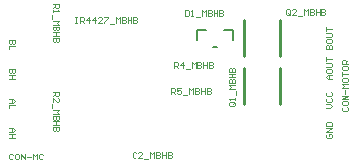
<source format=gbr>
G04*
G04 #@! TF.GenerationSoftware,Altium Limited,Altium Designer,22.4.2 (48)*
G04*
G04 Layer_Color=65535*
%FSLAX25Y25*%
%MOIN*%
G70*
G04*
G04 #@! TF.SameCoordinates,A57B437F-A86B-4AA4-8399-F8B01B8E29F7*
G04*
G04*
G04 #@! TF.FilePolarity,Positive*
G04*
G01*
G75*
%ADD10C,0.01000*%
%ADD11C,0.00787*%
%ADD12C,0.00394*%
D10*
X37500Y9744D02*
Y21752D01*
X25492Y9744D02*
Y21752D01*
X37500Y-6004D02*
Y6004D01*
X25492Y-6004D02*
Y6004D01*
D11*
X9843Y15059D02*
Y18504D01*
X15059Y12992D02*
X16437D01*
X21654Y15059D02*
Y18504D01*
X18799D02*
X21654D01*
X9843D02*
X12697D01*
D12*
X53084Y-16011D02*
X52757Y-16339D01*
Y-16995D01*
X53084Y-17323D01*
X54396D01*
X54724Y-16995D01*
Y-16339D01*
X54396Y-16011D01*
X53741D01*
Y-16667D01*
X54724Y-15355D02*
X52757D01*
X54724Y-14043D01*
X52757D01*
Y-13387D02*
X54724D01*
Y-12403D01*
X54396Y-12075D01*
X53084D01*
X52757Y-12403D01*
Y-13387D01*
X52757Y-7480D02*
X54068D01*
X54724Y-6824D01*
X54068Y-6168D01*
X52757D01*
X53084Y-4201D02*
X52757Y-4529D01*
Y-5184D01*
X53084Y-5513D01*
X54396D01*
X54724Y-5184D01*
Y-4529D01*
X54396Y-4201D01*
X53084Y-2233D02*
X52757Y-2561D01*
Y-3217D01*
X53084Y-3545D01*
X54396D01*
X54724Y-3217D01*
Y-2561D01*
X54396Y-2233D01*
X54724Y2362D02*
X53412D01*
X52757Y3018D01*
X53412Y3674D01*
X54724D01*
X53741D01*
Y2362D01*
X52757Y5314D02*
Y4658D01*
X53084Y4330D01*
X54396D01*
X54724Y4658D01*
Y5314D01*
X54396Y5642D01*
X53084D01*
X52757Y5314D01*
Y6298D02*
X54396D01*
X54724Y6626D01*
Y7282D01*
X54396Y7610D01*
X52757D01*
Y8266D02*
Y9578D01*
Y8922D01*
X54724D01*
X52757Y12205D02*
X54724D01*
Y13189D01*
X54396Y13517D01*
X54068D01*
X53741Y13189D01*
Y12205D01*
Y13189D01*
X53412Y13517D01*
X53084D01*
X52757Y13189D01*
Y12205D01*
Y15157D02*
Y14501D01*
X53084Y14173D01*
X54396D01*
X54724Y14501D01*
Y15157D01*
X54396Y15484D01*
X53084D01*
X52757Y15157D01*
Y16140D02*
X54396D01*
X54724Y16468D01*
Y17124D01*
X54396Y17452D01*
X52757D01*
Y18108D02*
Y19420D01*
Y18764D01*
X54724D01*
X-50788Y15354D02*
X-52756D01*
Y14370D01*
X-52428Y14042D01*
X-52100D01*
X-51772Y14370D01*
Y15354D01*
Y14370D01*
X-51444Y14042D01*
X-51116D01*
X-50788Y14370D01*
Y15354D01*
Y13386D02*
X-52756D01*
Y12075D01*
X-50788Y5512D02*
X-52756D01*
Y4528D01*
X-52428Y4200D01*
X-52100D01*
X-51772Y4528D01*
Y5512D01*
Y4528D01*
X-51444Y4200D01*
X-51116D01*
X-50788Y4528D01*
Y5512D01*
Y3544D02*
X-52756D01*
X-51772D01*
Y2232D01*
X-50788D01*
X-52756D01*
X-52756Y-4331D02*
X-51444D01*
X-50788Y-4987D01*
X-51444Y-5643D01*
X-52756D01*
X-51772D01*
Y-4331D01*
X-50788Y-6299D02*
X-52756D01*
Y-7610D01*
Y-14173D02*
X-51444D01*
X-50788Y-14829D01*
X-51444Y-15485D01*
X-52756D01*
X-51772D01*
Y-14173D01*
X-50788Y-16141D02*
X-52756D01*
X-51772D01*
Y-17453D01*
X-50788D01*
X-52756D01*
X40815Y23918D02*
Y25229D01*
X40487Y25557D01*
X39831D01*
X39503Y25229D01*
Y23918D01*
X39831Y23589D01*
X40487D01*
X40159Y24246D02*
X40815Y23589D01*
X40487D02*
X40815Y23918D01*
X42783Y23589D02*
X41471D01*
X42783Y24901D01*
Y25229D01*
X42455Y25557D01*
X41799D01*
X41471Y25229D01*
X43439Y23261D02*
X44751D01*
X45407Y23589D02*
Y25557D01*
X46063Y24901D01*
X46719Y25557D01*
Y23589D01*
X47375Y25557D02*
Y23589D01*
X48359D01*
X48687Y23918D01*
Y24246D01*
X48359Y24573D01*
X47375D01*
X48359D01*
X48687Y24901D01*
Y25229D01*
X48359Y25557D01*
X47375D01*
X49343D02*
Y23589D01*
Y24573D01*
X50655D01*
Y25557D01*
Y23589D01*
X51311Y25557D02*
Y23589D01*
X52295D01*
X52622Y23918D01*
Y24246D01*
X52295Y24573D01*
X51311D01*
X52295D01*
X52622Y24901D01*
Y25229D01*
X52295Y25557D01*
X51311D01*
X-38221Y-2102D02*
X-36254D01*
Y-3086D01*
X-36582Y-3414D01*
X-37238D01*
X-37566Y-3086D01*
Y-2102D01*
Y-2758D02*
X-38221Y-3414D01*
Y-5382D02*
Y-4070D01*
X-36910Y-5382D01*
X-36582D01*
X-36254Y-5054D01*
Y-4398D01*
X-36582Y-4070D01*
X-38550Y-6038D02*
Y-7350D01*
X-38221Y-8005D02*
X-36254D01*
X-36910Y-8661D01*
X-36254Y-9317D01*
X-38221D01*
X-36254Y-9973D02*
X-38221D01*
Y-10957D01*
X-37894Y-11285D01*
X-37566D01*
X-37238Y-10957D01*
Y-9973D01*
Y-10957D01*
X-36910Y-11285D01*
X-36582D01*
X-36254Y-10957D01*
Y-9973D01*
Y-11941D02*
X-38221D01*
X-37238D01*
Y-13253D01*
X-36254D01*
X-38221D01*
X-36254Y-13909D02*
X-38221D01*
Y-14893D01*
X-37894Y-15221D01*
X-37566D01*
X-37238Y-14893D01*
Y-13909D01*
Y-14893D01*
X-36910Y-15221D01*
X-36582D01*
X-36254Y-14893D01*
Y-13909D01*
X-30725Y22959D02*
X-30069D01*
X-30397D01*
Y20991D01*
X-30725D01*
X-30069D01*
X-29085D02*
Y22959D01*
X-28101D01*
X-27773Y22631D01*
Y21975D01*
X-28101Y21647D01*
X-29085D01*
X-28429D02*
X-27773Y20991D01*
X-26133D02*
Y22959D01*
X-27117Y21975D01*
X-25805D01*
X-24165Y20991D02*
Y22959D01*
X-25149Y21975D01*
X-23837D01*
X-21870Y20991D02*
X-23181D01*
X-21870Y22303D01*
Y22631D01*
X-22198Y22959D01*
X-22853D01*
X-23181Y22631D01*
X-21214Y22959D02*
X-19902D01*
Y22631D01*
X-21214Y21319D01*
Y20991D01*
X-19246Y20663D02*
X-17934D01*
X-17278Y20991D02*
Y22959D01*
X-16622Y22303D01*
X-15966Y22959D01*
Y20991D01*
X-15310Y22959D02*
Y20991D01*
X-14326D01*
X-13998Y21319D01*
Y21647D01*
X-14326Y21975D01*
X-15310D01*
X-14326D01*
X-13998Y22303D01*
Y22631D01*
X-14326Y22959D01*
X-15310D01*
X-13342D02*
Y20991D01*
Y21975D01*
X-12030D01*
Y22959D01*
Y20991D01*
X-11374Y22959D02*
Y20991D01*
X-10390D01*
X-10062Y21319D01*
Y21647D01*
X-10390Y21975D01*
X-11374D01*
X-10390D01*
X-10062Y22303D01*
Y22631D01*
X-10390Y22959D01*
X-11374D01*
X22145Y-5477D02*
X20834D01*
X20506Y-5805D01*
Y-6461D01*
X20834Y-6789D01*
X22145D01*
X22474Y-6461D01*
Y-5805D01*
X21817Y-6133D02*
X22474Y-5477D01*
Y-5805D02*
X22145Y-5477D01*
X22474Y-4821D02*
Y-4165D01*
Y-4493D01*
X20506D01*
X20834Y-4821D01*
X22801Y-3181D02*
Y-1870D01*
X22474Y-1214D02*
X20506D01*
X21162Y-558D01*
X20506Y98D01*
X22474D01*
X20506Y754D02*
X22474D01*
Y1738D01*
X22145Y2066D01*
X21817D01*
X21489Y1738D01*
Y754D01*
Y1738D01*
X21162Y2066D01*
X20834D01*
X20506Y1738D01*
Y754D01*
Y2722D02*
X22474D01*
X21489D01*
Y4034D01*
X20506D01*
X22474D01*
X20506Y4690D02*
X22474D01*
Y5674D01*
X22145Y6002D01*
X21817D01*
X21489Y5674D01*
Y4690D01*
Y5674D01*
X21162Y6002D01*
X20834D01*
X20506Y5674D01*
Y4690D01*
X1314Y-2788D02*
Y-821D01*
X2298D01*
X2626Y-1149D01*
Y-1805D01*
X2298Y-2132D01*
X1314D01*
X1970D02*
X2626Y-2788D01*
X4594Y-821D02*
X3282D01*
Y-1805D01*
X3938Y-1476D01*
X4266D01*
X4594Y-1805D01*
Y-2461D01*
X4266Y-2788D01*
X3610D01*
X3282Y-2461D01*
X5250Y-3116D02*
X6562D01*
X7218Y-2788D02*
Y-821D01*
X7874Y-1476D01*
X8530Y-821D01*
Y-2788D01*
X9186Y-821D02*
Y-2788D01*
X10170D01*
X10498Y-2461D01*
Y-2132D01*
X10170Y-1805D01*
X9186D01*
X10170D01*
X10498Y-1476D01*
Y-1149D01*
X10170Y-821D01*
X9186D01*
X11154D02*
Y-2788D01*
Y-1805D01*
X12466D01*
Y-821D01*
Y-2788D01*
X13122Y-821D02*
Y-2788D01*
X14106D01*
X14434Y-2461D01*
Y-2132D01*
X14106Y-1805D01*
X13122D01*
X14106D01*
X14434Y-1476D01*
Y-1149D01*
X14106Y-821D01*
X13122D01*
X2102Y5873D02*
Y7841D01*
X3086D01*
X3414Y7513D01*
Y6857D01*
X3086Y6529D01*
X2102D01*
X2758D02*
X3414Y5873D01*
X5054D02*
Y7841D01*
X4070Y6857D01*
X5382D01*
X6038Y5545D02*
X7350D01*
X8005Y5873D02*
Y7841D01*
X8661Y7185D01*
X9317Y7841D01*
Y5873D01*
X9973Y7841D02*
Y5873D01*
X10957D01*
X11285Y6201D01*
Y6529D01*
X10957Y6857D01*
X9973D01*
X10957D01*
X11285Y7185D01*
Y7513D01*
X10957Y7841D01*
X9973D01*
X11941D02*
Y5873D01*
Y6857D01*
X13253D01*
Y7841D01*
Y5873D01*
X13909Y7841D02*
Y5873D01*
X14893D01*
X15221Y6201D01*
Y6529D01*
X14893Y6857D01*
X13909D01*
X14893D01*
X15221Y7185D01*
Y7513D01*
X14893Y7841D01*
X13909D01*
X-38221Y27262D02*
X-36254D01*
Y26278D01*
X-36582Y25950D01*
X-37238D01*
X-37566Y26278D01*
Y27262D01*
Y26606D02*
X-38221Y25950D01*
Y25294D02*
Y24638D01*
Y24966D01*
X-36254D01*
X-36582Y25294D01*
X-38550Y23654D02*
Y22342D01*
X-38221Y21686D02*
X-36254D01*
X-36910Y21030D01*
X-36254Y20374D01*
X-38221D01*
X-36254Y19718D02*
X-38221D01*
Y18734D01*
X-37894Y18406D01*
X-37566D01*
X-37238Y18734D01*
Y19718D01*
Y18734D01*
X-36910Y18406D01*
X-36582D01*
X-36254Y18734D01*
Y19718D01*
Y17750D02*
X-38221D01*
X-37238D01*
Y16438D01*
X-36254D01*
X-38221D01*
X-36254Y15782D02*
X-38221D01*
Y14799D01*
X-37894Y14471D01*
X-37566D01*
X-37238Y14799D01*
Y15782D01*
Y14799D01*
X-36910Y14471D01*
X-36582D01*
X-36254Y14799D01*
Y15782D01*
X5809Y25164D02*
Y23196D01*
X6793D01*
X7121Y23524D01*
Y24836D01*
X6793Y25164D01*
X5809D01*
X7777Y23196D02*
X8433D01*
X8105D01*
Y25164D01*
X7777Y24836D01*
X9417Y22868D02*
X10729D01*
X11385Y23196D02*
Y25164D01*
X12041Y24508D01*
X12697Y25164D01*
Y23196D01*
X13353Y25164D02*
Y23196D01*
X14337D01*
X14664Y23524D01*
Y23852D01*
X14337Y24180D01*
X13353D01*
X14337D01*
X14664Y24508D01*
Y24836D01*
X14337Y25164D01*
X13353D01*
X15321D02*
Y23196D01*
Y24180D01*
X16632D01*
Y25164D01*
Y23196D01*
X17288Y25164D02*
Y23196D01*
X18272D01*
X18600Y23524D01*
Y23852D01*
X18272Y24180D01*
X17288D01*
X18272D01*
X18600Y24508D01*
Y24836D01*
X18272Y25164D01*
X17288D01*
X-10366Y-22408D02*
X-10694Y-22080D01*
X-11350D01*
X-11678Y-22408D01*
Y-23720D01*
X-11350Y-24048D01*
X-10694D01*
X-10366Y-23720D01*
X-8398Y-24048D02*
X-9710D01*
X-8398Y-22736D01*
Y-22408D01*
X-8726Y-22080D01*
X-9382D01*
X-9710Y-22408D01*
X-7742Y-24376D02*
X-6430D01*
X-5774Y-24048D02*
Y-22080D01*
X-5118Y-22736D01*
X-4462Y-22080D01*
Y-24048D01*
X-3806Y-22080D02*
Y-24048D01*
X-2822D01*
X-2494Y-23720D01*
Y-23392D01*
X-2822Y-23064D01*
X-3806D01*
X-2822D01*
X-2494Y-22736D01*
Y-22408D01*
X-2822Y-22080D01*
X-3806D01*
X-1838D02*
Y-24048D01*
Y-23064D01*
X-526D01*
Y-22080D01*
Y-24048D01*
X129Y-22080D02*
Y-24048D01*
X1113D01*
X1441Y-23720D01*
Y-23392D01*
X1113Y-23064D01*
X129D01*
X1113D01*
X1441Y-22736D01*
Y-22408D01*
X1113Y-22080D01*
X129D01*
X58399Y-7215D02*
X58071Y-7543D01*
Y-8199D01*
X58399Y-8527D01*
X59711D01*
X60039Y-8199D01*
Y-7543D01*
X59711Y-7215D01*
X58071Y-5576D02*
Y-6232D01*
X58399Y-6560D01*
X59711D01*
X60039Y-6232D01*
Y-5576D01*
X59711Y-5248D01*
X58399D01*
X58071Y-5576D01*
X60039Y-4592D02*
X58071D01*
X60039Y-3280D01*
X58071D01*
X59055Y-2624D02*
Y-1312D01*
X60039Y-656D02*
X58071D01*
X58727Y0D01*
X58071Y656D01*
X60039D01*
X58071Y2296D02*
Y1640D01*
X58399Y1312D01*
X59711D01*
X60039Y1640D01*
Y2296D01*
X59711Y2624D01*
X58399D01*
X58071Y2296D01*
Y3280D02*
Y4592D01*
Y3936D01*
X60039D01*
X58071Y6232D02*
Y5576D01*
X58399Y5248D01*
X59711D01*
X60039Y5576D01*
Y6232D01*
X59711Y6560D01*
X58399D01*
X58071Y6232D01*
X60039Y7215D02*
X58071D01*
Y8199D01*
X58399Y8527D01*
X59055D01*
X59383Y8199D01*
Y7215D01*
Y7871D02*
X60039Y8527D01*
X-51508Y-22966D02*
X-51836Y-22638D01*
X-52492D01*
X-52820Y-22966D01*
Y-24278D01*
X-52492Y-24606D01*
X-51836D01*
X-51508Y-24278D01*
X-49868Y-22638D02*
X-50524D01*
X-50852Y-22966D01*
Y-24278D01*
X-50524Y-24606D01*
X-49868D01*
X-49540Y-24278D01*
Y-22966D01*
X-49868Y-22638D01*
X-48884Y-24606D02*
Y-22638D01*
X-47572Y-24606D01*
Y-22638D01*
X-46916Y-23622D02*
X-45604D01*
X-44948Y-24606D02*
Y-22638D01*
X-44292Y-23294D01*
X-43636Y-22638D01*
Y-24606D01*
X-41668Y-22966D02*
X-41996Y-22638D01*
X-42652D01*
X-42980Y-22966D01*
Y-24278D01*
X-42652Y-24606D01*
X-41996D01*
X-41668Y-24278D01*
M02*

</source>
